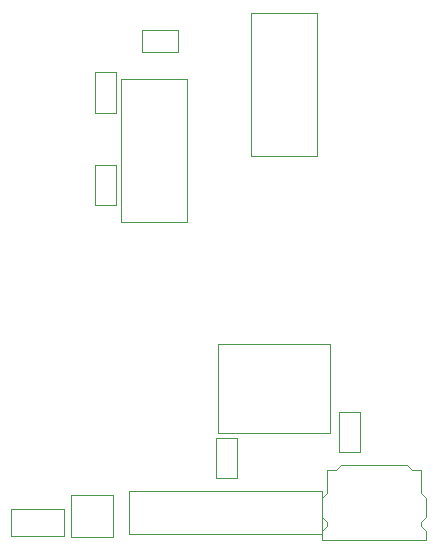
<source format=gbr>
G04 #@! TF.GenerationSoftware,KiCad,Pcbnew,5.1.7-a382d34a8~88~ubuntu18.04.1*
G04 #@! TF.CreationDate,2022-03-02T17:55:55+05:30*
G04 #@! TF.ProjectId,WaterTank_module_v1,57617465-7254-4616-9e6b-5f6d6f64756c,rev?*
G04 #@! TF.SameCoordinates,Original*
G04 #@! TF.FileFunction,Other,User*
%FSLAX46Y46*%
G04 Gerber Fmt 4.6, Leading zero omitted, Abs format (unit mm)*
G04 Created by KiCad (PCBNEW 5.1.7-a382d34a8~88~ubuntu18.04.1) date 2022-03-02 17:55:55*
%MOMM*%
%LPD*%
G01*
G04 APERTURE LIST*
%ADD10C,0.050000*%
G04 APERTURE END LIST*
D10*
X34096040Y-85364240D02*
X34096040Y-88964240D01*
X50396040Y-85364240D02*
X34096040Y-85364240D01*
X50396040Y-88964240D02*
X50396040Y-85364240D01*
X34096040Y-88964240D02*
X50396040Y-88964240D01*
X28541500Y-89155900D02*
X24041500Y-89155900D01*
X24041500Y-89155900D02*
X24041500Y-86855900D01*
X24041500Y-86855900D02*
X28541500Y-86855900D01*
X28541500Y-86855900D02*
X28541500Y-89155900D01*
X57596040Y-83141000D02*
X51996040Y-83141000D01*
X57996040Y-83541000D02*
X57596040Y-83141000D01*
X58796040Y-83541000D02*
X57996040Y-83541000D01*
X58796040Y-85541000D02*
X58796040Y-83541000D01*
X59196040Y-85941000D02*
X58796040Y-85541000D01*
X59196040Y-87541000D02*
X59196040Y-85941000D01*
X58796040Y-87941000D02*
X59196040Y-87541000D01*
X58796040Y-88341000D02*
X58796040Y-87941000D01*
X59196040Y-88741000D02*
X58796040Y-88341000D01*
X59196040Y-89541000D02*
X59196040Y-88741000D01*
X50396040Y-89541000D02*
X59196040Y-89541000D01*
X50396040Y-88741000D02*
X50396040Y-89541000D01*
X50796040Y-88341000D02*
X50396040Y-88741000D01*
X50796040Y-87941000D02*
X50796040Y-88341000D01*
X50396040Y-87541000D02*
X50796040Y-87941000D01*
X50396040Y-85941000D02*
X50396040Y-87541000D01*
X50796040Y-85541000D02*
X50396040Y-85941000D01*
X50796040Y-83541000D02*
X50796040Y-85541000D01*
X51596040Y-83541000D02*
X50796040Y-83541000D01*
X51996040Y-83141000D02*
X51596040Y-83541000D01*
X31207800Y-57754800D02*
X32967800Y-57754800D01*
X31207800Y-61154800D02*
X31207800Y-57754800D01*
X32967800Y-61154800D02*
X31207800Y-61154800D01*
X32967800Y-57754800D02*
X32967800Y-61154800D01*
X29127000Y-89270000D02*
X32727000Y-89270000D01*
X32727000Y-89270000D02*
X32727000Y-85670000D01*
X32727000Y-85670000D02*
X29127000Y-85670000D01*
X29127000Y-85670000D02*
X29127000Y-89270000D01*
X53576000Y-82064200D02*
X51816000Y-82064200D01*
X53576000Y-78664200D02*
X53576000Y-82064200D01*
X51816000Y-78664200D02*
X53576000Y-78664200D01*
X51816000Y-82064200D02*
X51816000Y-78664200D01*
X49970300Y-56965700D02*
X49970300Y-44865700D01*
X44370300Y-56965700D02*
X49970300Y-56965700D01*
X44370300Y-44865700D02*
X44370300Y-56965700D01*
X49970300Y-44865700D02*
X44370300Y-44865700D01*
X38941700Y-50458800D02*
X33341700Y-50458800D01*
X33341700Y-50458800D02*
X33341700Y-62558800D01*
X33341700Y-62558800D02*
X38941700Y-62558800D01*
X38941700Y-62558800D02*
X38941700Y-50458800D01*
X41575700Y-80190700D02*
X41575700Y-73190700D01*
X41825700Y-72940700D02*
X50825700Y-72940700D01*
X51075700Y-73190700D02*
X51075700Y-80190700D01*
X50825700Y-80440700D02*
X41825700Y-80440700D01*
X51075700Y-72940700D02*
X50825700Y-72940700D01*
X51075700Y-73190700D02*
X51075700Y-72940700D01*
X51075700Y-80440700D02*
X50825700Y-80440700D01*
X51075700Y-80190700D02*
X51075700Y-80440700D01*
X41575700Y-80440700D02*
X41575700Y-80190700D01*
X41825700Y-80440700D02*
X41575700Y-80440700D01*
X41575700Y-72940700D02*
X41575700Y-73190700D01*
X41825700Y-72940700D02*
X41575700Y-72940700D01*
X32945000Y-49915300D02*
X32945000Y-53315300D01*
X32945000Y-53315300D02*
X31185000Y-53315300D01*
X31185000Y-53315300D02*
X31185000Y-49915300D01*
X31185000Y-49915300D02*
X32945000Y-49915300D01*
X43216700Y-84260200D02*
X41456700Y-84260200D01*
X43216700Y-80860200D02*
X43216700Y-84260200D01*
X41456700Y-80860200D02*
X43216700Y-80860200D01*
X41456700Y-84260200D02*
X41456700Y-80860200D01*
X35125000Y-46346500D02*
X38225000Y-46346500D01*
X35125000Y-46346500D02*
X35125000Y-48146500D01*
X38225000Y-48146500D02*
X38225000Y-46346500D01*
X38225000Y-48146500D02*
X35125000Y-48146500D01*
M02*

</source>
